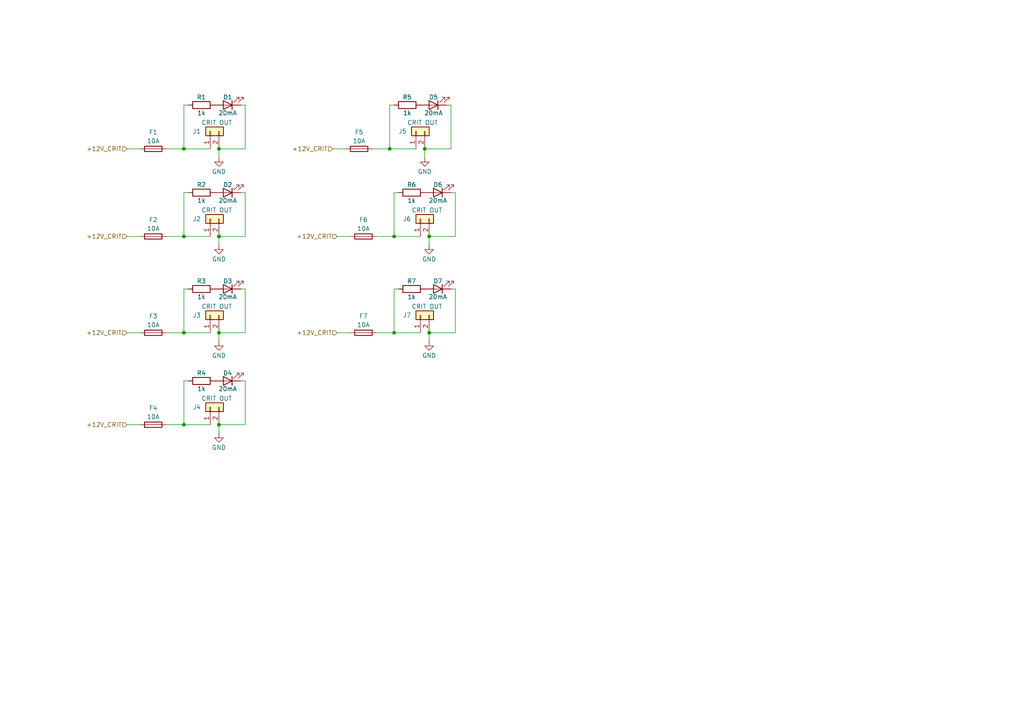
<source format=kicad_sch>
(kicad_sch (version 20231120) (generator "eeschema") (generator_version "8.0")
  (paper "A4")
  (lib_symbols
    (symbol "Connector_Generic:Conn_01x02" (pin_names (offset 1.016) hide)
      (property "Reference" "J" (at 0 2.54 0))
      (property "Value" "Conn_01x02" (at 0 -5.08 0))
      (symbol "Conn_01x02_1_1"
        (rectangle (start -1.27 -2.413) (end 0 -2.667) (stroke (width 0.1524)))
        (rectangle (start -1.27 0.127) (end 0 -0.127) (stroke (width 0.1524)))
        (rectangle (start -1.27 1.27) (end 1.27 -3.81) (stroke (width 0.254)) (fill (type background)))
        (pin passive line (at -5.08 0 0) (length 3.81) (name "Pin_1") (number "1"))
        (pin passive line (at -5.08 -2.54 0) (length 3.81) (name "Pin_2") (number "2"))
      )
    )
    (symbol "Device:Fuse" (pin_numbers hide) (pin_names (offset 0))
      (property "Reference" "F" (at 2.032 0 90))
      (property "Value" "Fuse" (at -1.905 0 90))
      (symbol "Fuse_0_1"
        (rectangle (start -0.762 -2.54) (end 0.762 2.54) (stroke (width 0.254)))
        (polyline (pts (xy 0 2.54) (xy 0 -2.54)))
      )
      (symbol "Fuse_1_1"
        (pin passive line (at 0 3.81 270) (length 1.27) (name "~") (number "1"))
        (pin passive line (at 0 -3.81 90) (length 1.27) (name "~") (number "2"))
      )
    )
    (symbol "Device:LED" (pin_numbers hide) (pin_names (offset 1.016) hide)
      (property "Reference" "D" (at 0 2.54 0))
      (property "Value" "LED" (at 0 -2.54 0))
      (symbol "LED_0_1"
        (polyline (pts (xy -1.27 -1.27) (xy -1.27 1.27)) (stroke (width 0.254)))
        (polyline (pts (xy -1.27 0) (xy 1.27 0)))
        (polyline (pts (xy 1.27 -1.27) (xy 1.27 1.27) (xy -1.27 0) (xy 1.27 -1.27)) (stroke (width 0.254)))
        (polyline (pts (xy -3.048 -0.762) (xy -4.572 -2.286) (xy -3.81 -2.286) (xy -4.572 -2.286) (xy -4.572 -1.524)))
        (polyline (pts (xy -1.778 -0.762) (xy -3.302 -2.286) (xy -2.54 -2.286) (xy -3.302 -2.286) (xy -3.302 -1.524)))
      )
      (symbol "LED_1_1"
        (pin passive line (at -3.81 0 0) (length 2.54) (name "K") (number "1"))
        (pin passive line (at 3.81 0 180) (length 2.54) (name "A") (number "2"))
      )
    )
    (symbol "Device:R" (pin_numbers hide) (pin_names (offset 0))
      (property "Reference" "R" (at 2.032 0 90))
      (property "Value" "R" (at 0 0 90))
      (symbol "R_0_1"
        (rectangle (start -1.016 -2.54) (end 1.016 2.54) (stroke (width 0.254)))
      )
      (symbol "R_1_1"
        (pin passive line (at 0 3.81 270) (length 1.27) (name "~") (number "1"))
        (pin passive line (at 0 -3.81 90) (length 1.27) (name "~") (number "2"))
      )
    )
    (symbol "power:GND1" (power) (pin_numbers hide) (pin_names (offset 0) hide)
      (property "Value" "GND1" (at 0 -3.81 0))
      (symbol "GND1_0_1"
        (polyline (pts (xy 0 0) (xy 0 -1.27) (xy 1.27 -1.27) (xy 0 -2.54) (xy -1.27 -1.27) (xy 0 -1.27)))
      )
      (symbol "GND1_1_1"
        (pin power_in line (at 0 0 270) (length 0) (name "~") (number "1"))
      )
    )
  )
  (junction (at 114.3 68.58))
  (junction (at 123.19 43.18))
  (junction (at 63.5 43.18))
  (junction (at 63.5 68.58))
  (junction (at 53.34 68.58))
  (junction (at 53.34 43.18))
  (junction (at 63.5 96.52))
  (junction (at 124.46 68.58))
  (junction (at 124.46 96.52))
  (junction (at 53.34 123.19))
  (junction (at 63.5 123.19))
  (junction (at 114.3 96.52))
  (junction (at 53.34 96.52))
  (junction (at 113.03 43.18))
  (wire (pts (xy 71.12 83.82) (xy 69.85 83.82)))
  (wire (pts (xy 53.34 83.82) (xy 54.61 83.82)))
  (wire (pts (xy 48.26 123.19) (xy 53.34 123.19)))
  (wire (pts (xy 114.3 55.88) (xy 115.57 55.88)))
  (wire (pts (xy 124.46 96.52) (xy 124.46 99.06)))
  (wire (pts (xy 71.12 123.19) (xy 63.5 123.19)))
  (wire (pts (xy 63.5 96.52) (xy 63.5 99.06)))
  (wire (pts (xy 114.3 83.82) (xy 114.3 96.52)))
  (wire (pts (xy 132.08 55.88) (xy 130.81 55.88)))
  (wire (pts (xy 113.03 30.48) (xy 113.03 43.18)))
  (wire (pts (xy 132.08 68.58) (xy 124.46 68.58)))
  (wire (pts (xy 53.34 83.82) (xy 53.34 96.52)))
  (wire (pts (xy 53.34 110.49) (xy 53.34 123.19)))
  (wire (pts (xy 71.12 110.49) (xy 71.12 123.19)))
  (wire (pts (xy 113.03 43.18) (xy 120.65 43.18)))
  (wire (pts (xy 53.34 110.49) (xy 54.61 110.49)))
  (wire (pts (xy 53.34 55.88) (xy 53.34 68.58)))
  (wire (pts (xy 53.34 30.48) (xy 53.34 43.18)))
  (wire (pts (xy 48.26 68.58) (xy 53.34 68.58)))
  (wire (pts (xy 53.34 55.88) (xy 54.61 55.88)))
  (wire (pts (xy 96.52 43.18) (xy 100.33 43.18)))
  (wire (pts (xy 71.12 55.88) (xy 71.12 68.58)))
  (wire (pts (xy 107.95 43.18) (xy 113.03 43.18)))
  (wire (pts (xy 71.12 110.49) (xy 69.85 110.49)))
  (wire (pts (xy 36.83 123.19) (xy 40.64 123.19)))
  (wire (pts (xy 71.12 30.48) (xy 71.12 43.18)))
  (wire (pts (xy 97.79 68.58) (xy 101.6 68.58)))
  (wire (pts (xy 36.83 96.52) (xy 40.64 96.52)))
  (wire (pts (xy 97.79 96.52) (xy 101.6 96.52)))
  (wire (pts (xy 36.83 43.18) (xy 40.64 43.18)))
  (wire (pts (xy 124.46 68.58) (xy 124.46 71.12)))
  (wire (pts (xy 71.12 55.88) (xy 69.85 55.88)))
  (wire (pts (xy 48.26 96.52) (xy 53.34 96.52)))
  (wire (pts (xy 132.08 83.82) (xy 130.81 83.82)))
  (wire (pts (xy 71.12 96.52) (xy 63.5 96.52)))
  (wire (pts (xy 114.3 68.58) (xy 121.92 68.58)))
  (wire (pts (xy 53.34 68.58) (xy 60.96 68.58)))
  (wire (pts (xy 53.34 43.18) (xy 60.96 43.18)))
  (wire (pts (xy 53.34 123.19) (xy 60.96 123.19)))
  (wire (pts (xy 113.03 30.48) (xy 114.3 30.48)))
  (wire (pts (xy 53.34 30.48) (xy 54.61 30.48)))
  (wire (pts (xy 63.5 68.58) (xy 63.5 71.12)))
  (wire (pts (xy 36.83 68.58) (xy 40.64 68.58)))
  (wire (pts (xy 114.3 55.88) (xy 114.3 68.58)))
  (wire (pts (xy 132.08 96.52) (xy 124.46 96.52)))
  (wire (pts (xy 109.22 68.58) (xy 114.3 68.58)))
  (wire (pts (xy 130.81 43.18) (xy 123.19 43.18)))
  (wire (pts (xy 63.5 123.19) (xy 63.5 125.73)))
  (wire (pts (xy 123.19 43.18) (xy 123.19 45.72)))
  (wire (pts (xy 132.08 83.82) (xy 132.08 96.52)))
  (wire (pts (xy 130.81 30.48) (xy 130.81 43.18)))
  (wire (pts (xy 53.34 96.52) (xy 60.96 96.52)))
  (wire (pts (xy 48.26 43.18) (xy 53.34 43.18)))
  (wire (pts (xy 114.3 96.52) (xy 121.92 96.52)))
  (wire (pts (xy 71.12 83.82) (xy 71.12 96.52)))
  (wire (pts (xy 71.12 30.48) (xy 69.85 30.48)))
  (wire (pts (xy 109.22 96.52) (xy 114.3 96.52)))
  (wire (pts (xy 114.3 83.82) (xy 115.57 83.82)))
  (wire (pts (xy 132.08 55.88) (xy 132.08 68.58)))
  (wire (pts (xy 71.12 68.58) (xy 63.5 68.58)))
  (wire (pts (xy 71.12 43.18) (xy 63.5 43.18)))
  (wire (pts (xy 63.5 43.18) (xy 63.5 45.72)))
  (wire (pts (xy 130.81 30.48) (xy 129.54 30.48)))
  (hierarchical_label "+12V_CRIT" (shape input) (at 36.83 123.19 180))
  (hierarchical_label "+12V_CRIT" (shape input) (at 36.83 68.58 180))
  (hierarchical_label "+12V_CRIT" (shape input) (at 97.79 68.58 180))
  (hierarchical_label "+12V_CRIT" (shape input) (at 96.52 43.18 180))
  (hierarchical_label "+12V_CRIT" (shape input) (at 97.79 96.52 180))
  (hierarchical_label "+12V_CRIT" (shape input) (at 36.83 43.18 180))
  (hierarchical_label "+12V_CRIT" (shape input) (at 36.83 96.52 180))
  (symbol (lib_id "Device:Fuse") (at 104.14 43.18 90) (unit 1)
    (property "Reference" "F5" (at 104.14 38.354 90))
    (property "Value" "10A" (at 104.14 40.894 90))
    (property "Footprint" "footprints:3588" (effects (hide yes)))
    (property "Description" "Fuse" (effects (hide yes)))
  )
  (symbol (lib_id "power:GND1") (at 63.5 45.72 0) (unit 1)
    (property "Reference" "#PWR028" (effects (hide yes)))
    (property "Value" "GND" (at 63.5 49.784 0))
    (property "Description" "Power symbol creates a global label with name \"GND1\" , ground" (effects (hide yes)))
  )
  (symbol (lib_id "Device:Fuse") (at 105.41 96.52 90) (unit 1)
    (property "Reference" "F7" (at 105.41 91.694 90))
    (property "Value" "10A" (at 105.41 94.234 90))
    (property "Footprint" "footprints:3588" (effects (hide yes)))
    (property "Description" "Fuse" (effects (hide yes)))
  )
  (symbol (lib_id "Connector_Generic:Conn_01x02") (at 121.92 91.44 90) (unit 1)
    (property "Reference" "J7" (at 116.84 91.44 90) (effects (justify right)))
    (property "Value" "CRIT OUT" (at 119.38 88.9 90) (effects (justify right)))
    (property "Footprint" "footprints:Molex_Micro-Fit_3.0_43650-0215_1x02_P3.00mm_Vertical" (effects (hide yes)))
    (property "Description" "Generic connector, single row, 01x02, script generated (kicad-library-utils/schlib/autogen/connector/)" (effects (hide yes)))
  )
  (symbol (lib_id "Connector_Generic:Conn_01x02") (at 121.92 63.5 90) (unit 1)
    (property "Reference" "J6" (at 116.84 63.5 90) (effects (justify right)))
    (property "Value" "CRIT OUT" (at 119.38 60.96 90) (effects (justify right)))
    (property "Footprint" "footprints:Molex_Micro-Fit_3.0_43650-0215_1x02_P3.00mm_Vertical" (effects (hide yes)))
    (property "Description" "Generic connector, single row, 01x02, script generated (kicad-library-utils/schlib/autogen/connector/)" (effects (hide yes)))
  )
  (symbol (lib_id "Device:LED") (at 66.04 55.88 180) (unit 1)
    (property "Reference" "D2" (at 66.04 53.594 0))
    (property "Value" "20mA" (at 66.04 58.166 0))
    (property "Footprint" "LED_SMD:LED_0805_2012Metric" (effects (hide yes)))
    (property "Description" "Light emitting diode" (effects (hide yes)))
  )
  (symbol (lib_id "power:GND1") (at 124.46 71.12 0) (unit 1)
    (property "Reference" "#PWR06" (effects (hide yes)))
    (property "Value" "GND" (at 124.46 75.184 0))
    (property "Description" "Power symbol creates a global label with name \"GND1\" , ground" (effects (hide yes)))
  )
  (symbol (lib_id "Device:R") (at 58.42 30.48 90) (unit 1)
    (property "Reference" "R1" (at 58.42 28.194 90))
    (property "Value" "1k" (at 58.42 32.766 90))
    (property "Footprint" "Resistor_SMD:R_0805_2012Metric" (effects (hide yes)))
    (property "Description" "Resistor" (effects (hide yes)))
  )
  (symbol (lib_id "Device:LED") (at 127 83.82 180) (unit 1)
    (property "Reference" "D7" (at 127 81.534 0))
    (property "Value" "20mA" (at 127 86.106 0))
    (property "Footprint" "LED_SMD:LED_0805_2012Metric" (effects (hide yes)))
    (property "Description" "Light emitting diode" (effects (hide yes)))
  )
  (symbol (lib_id "Device:R") (at 58.42 55.88 90) (unit 1)
    (property "Reference" "R2" (at 58.42 53.594 90))
    (property "Value" "1k" (at 58.42 58.166 90))
    (property "Footprint" "Resistor_SMD:R_0805_2012Metric" (effects (hide yes)))
    (property "Description" "Resistor" (effects (hide yes)))
  )
  (symbol (lib_id "power:GND1") (at 63.5 125.73 0) (unit 1)
    (property "Reference" "#PWR012" (effects (hide yes)))
    (property "Value" "GND" (at 63.5 129.794 0))
    (property "Description" "Power symbol creates a global label with name \"GND1\" , ground" (effects (hide yes)))
  )
  (symbol (lib_id "Connector_Generic:Conn_01x02") (at 120.65 38.1 90) (unit 1)
    (property "Reference" "J5" (at 115.57 38.1 90) (effects (justify right)))
    (property "Value" "CRIT OUT" (at 118.11 35.56 90) (effects (justify right)))
    (property "Footprint" "footprints:Molex_Micro-Fit_3.0_43650-0215_1x02_P3.00mm_Vertical" (effects (hide yes)))
    (property "Description" "Generic connector, single row, 01x02, script generated (kicad-library-utils/schlib/autogen/connector/)" (effects (hide yes)))
  )
  (symbol (lib_id "Device:Fuse") (at 105.41 68.58 90) (unit 1)
    (property "Reference" "F6" (at 105.41 63.754 90))
    (property "Value" "10A" (at 105.41 66.294 90))
    (property "Footprint" "footprints:3588" (effects (hide yes)))
    (property "Description" "Fuse" (effects (hide yes)))
  )
  (symbol (lib_id "Device:R") (at 119.38 55.88 90) (unit 1)
    (property "Reference" "R6" (at 119.38 53.594 90))
    (property "Value" "1k" (at 119.38 58.166 90))
    (property "Footprint" "Resistor_SMD:R_0805_2012Metric" (effects (hide yes)))
    (property "Description" "Resistor" (effects (hide yes)))
  )
  (symbol (lib_id "Device:Fuse") (at 44.45 68.58 90) (unit 1)
    (property "Reference" "F2" (at 44.45 63.754 90))
    (property "Value" "10A" (at 44.45 66.294 90))
    (property "Footprint" "footprints:3588" (effects (hide yes)))
    (property "Description" "Fuse" (effects (hide yes)))
  )
  (symbol (lib_id "power:GND1") (at 123.19 45.72 0) (unit 1)
    (property "Reference" "#PWR011" (effects (hide yes)))
    (property "Value" "GND" (at 123.19 49.784 0))
    (property "Description" "Power symbol creates a global label with name \"GND1\" , ground" (effects (hide yes)))
  )
  (symbol (lib_id "Connector_Generic:Conn_01x02") (at 60.96 38.1 90) (unit 1)
    (property "Reference" "J1" (at 55.88 38.1 90) (effects (justify right)))
    (property "Value" "CRIT OUT" (at 58.42 35.56 90) (effects (justify right)))
    (property "Footprint" "footprints:Molex_Micro-Fit_3.0_43650-0215_1x02_P3.00mm_Vertical" (effects (hide yes)))
    (property "Description" "Generic connector, single row, 01x02, script generated (kicad-library-utils/schlib/autogen/connector/)" (effects (hide yes)))
  )
  (symbol (lib_id "Device:LED") (at 66.04 110.49 180) (unit 1)
    (property "Reference" "D4" (at 66.04 108.204 0))
    (property "Value" "20mA" (at 66.04 112.776 0))
    (property "Footprint" "LED_SMD:LED_0805_2012Metric" (effects (hide yes)))
    (property "Description" "Light emitting diode" (effects (hide yes)))
  )
  (symbol (lib_id "Device:R") (at 58.42 110.49 90) (unit 1)
    (property "Reference" "R4" (at 58.42 108.204 90))
    (property "Value" "1k" (at 58.42 112.776 90))
    (property "Footprint" "Resistor_SMD:R_0805_2012Metric" (effects (hide yes)))
    (property "Description" "Resistor" (effects (hide yes)))
  )
  (symbol (lib_id "Device:R") (at 119.38 83.82 90) (unit 1)
    (property "Reference" "R7" (at 119.38 81.534 90))
    (property "Value" "1k" (at 119.38 86.106 90))
    (property "Footprint" "Resistor_SMD:R_0805_2012Metric" (effects (hide yes)))
    (property "Description" "Resistor" (effects (hide yes)))
  )
  (symbol (lib_id "Device:Fuse") (at 44.45 43.18 90) (unit 1)
    (property "Reference" "F1" (at 44.45 38.354 90))
    (property "Value" "10A" (at 44.45 40.894 90))
    (property "Footprint" "footprints:3588" (effects (hide yes)))
    (property "Description" "Fuse" (effects (hide yes)))
  )
  (symbol (lib_id "Connector_Generic:Conn_01x02") (at 60.96 118.11 90) (unit 1)
    (property "Reference" "J4" (at 55.88 118.11 90) (effects (justify right)))
    (property "Value" "CRIT OUT" (at 58.42 115.57 90) (effects (justify right)))
    (property "Footprint" "footprints:Molex_Micro-Fit_3.0_43650-0215_1x02_P3.00mm_Vertical" (effects (hide yes)))
    (property "Description" "Generic connector, single row, 01x02, script generated (kicad-library-utils/schlib/autogen/connector/)" (effects (hide yes)))
  )
  (symbol (lib_id "Device:R") (at 58.42 83.82 90) (unit 1)
    (property "Reference" "R3" (at 58.42 81.534 90))
    (property "Value" "1k" (at 58.42 86.106 90))
    (property "Footprint" "Resistor_SMD:R_0805_2012Metric" (effects (hide yes)))
    (property "Description" "Resistor" (effects (hide yes)))
  )
  (symbol (lib_id "Device:LED") (at 125.73 30.48 180) (unit 1)
    (property "Reference" "D5" (at 125.73 28.194 0))
    (property "Value" "20mA" (at 125.73 32.766 0))
    (property "Footprint" "LED_SMD:LED_0805_2012Metric" (effects (hide yes)))
    (property "Description" "Light emitting diode" (effects (hide yes)))
  )
  (symbol (lib_id "power:GND1") (at 63.5 71.12 0) (unit 1)
    (property "Reference" "#PWR014" (effects (hide yes)))
    (property "Value" "GND" (at 63.5 75.184 0))
    (property "Description" "Power symbol creates a global label with name \"GND1\" , ground" (effects (hide yes)))
  )
  (symbol (lib_id "Connector_Generic:Conn_01x02") (at 60.96 63.5 90) (unit 1)
    (property "Reference" "J2" (at 55.88 63.5 90) (effects (justify right)))
    (property "Value" "CRIT OUT" (at 58.42 60.96 90) (effects (justify right)))
    (property "Footprint" "footprints:Molex_Micro-Fit_3.0_43650-0215_1x02_P3.00mm_Vertical" (effects (hide yes)))
    (property "Description" "Generic connector, single row, 01x02, script generated (kicad-library-utils/schlib/autogen/connector/)" (effects (hide yes)))
  )
  (symbol (lib_id "Device:LED") (at 66.04 83.82 180) (unit 1)
    (property "Reference" "D3" (at 66.04 81.534 0))
    (property "Value" "20mA" (at 66.04 86.106 0))
    (property "Footprint" "LED_SMD:LED_0805_2012Metric" (effects (hide yes)))
    (property "Description" "Light emitting diode" (effects (hide yes)))
  )
  (symbol (lib_id "Device:LED") (at 127 55.88 180) (unit 1)
    (property "Reference" "D6" (at 127 53.594 0))
    (property "Value" "20mA" (at 127 58.166 0))
    (property "Footprint" "LED_SMD:LED_0805_2012Metric" (effects (hide yes)))
    (property "Description" "Light emitting diode" (effects (hide yes)))
  )
  (symbol (lib_id "Device:R") (at 118.11 30.48 90) (unit 1)
    (property "Reference" "R5" (at 118.11 28.194 90))
    (property "Value" "1k" (at 118.11 32.766 90))
    (property "Footprint" "Resistor_SMD:R_0805_2012Metric" (effects (hide yes)))
    (property "Description" "Resistor" (effects (hide yes)))
  )
  (symbol (lib_id "Device:Fuse") (at 44.45 96.52 90) (unit 1)
    (property "Reference" "F3" (at 44.45 91.694 90))
    (property "Value" "10A" (at 44.45 94.234 90))
    (property "Footprint" "footprints:3588" (effects (hide yes)))
    (property "Description" "Fuse" (effects (hide yes)))
  )
  (symbol (lib_id "Device:LED") (at 66.04 30.48 180) (unit 1)
    (property "Reference" "D1" (at 66.04 28.194 0))
    (property "Value" "20mA" (at 66.04 32.766 0))
    (property "Footprint" "LED_SMD:LED_0805_2012Metric" (effects (hide yes)))
    (property "Description" "Light emitting diode" (effects (hide yes)))
  )
  (symbol (lib_id "Connector_Generic:Conn_01x02") (at 60.96 91.44 90) (unit 1)
    (property "Reference" "J3" (at 55.88 91.44 90) (effects (justify right)))
    (property "Value" "CRIT OUT" (at 58.42 88.9 90) (effects (justify right)))
    (property "Footprint" "footprints:Molex_Micro-Fit_3.0_43650-0215_1x02_P3.00mm_Vertical" (effects (hide yes)))
    (property "Description" "Generic connector, single row, 01x02, script generated (kicad-library-utils/schlib/autogen/connector/)" (effects (hide yes)))
  )
  (symbol (lib_id "Device:Fuse") (at 44.45 123.19 90) (unit 1)
    (property "Reference" "F4" (at 44.45 118.364 90))
    (property "Value" "10A" (at 44.45 120.904 90))
    (property "Footprint" "footprints:3588" (effects (hide yes)))
    (property "Description" "Fuse" (effects (hide yes)))
  )
  (symbol (lib_id "power:GND1") (at 124.46 99.06 0) (unit 1)
    (property "Reference" "#PWR05" (effects (hide yes)))
    (property "Value" "GND" (at 124.46 103.124 0))
    (property "Description" "Power symbol creates a global label with name \"GND1\" , ground" (effects (hide yes)))
  )
  (symbol (lib_id "power:GND1") (at 63.5 99.06 0) (unit 1)
    (property "Reference" "#PWR013" (effects (hide yes)))
    (property "Value" "GND" (at 63.5 103.124 0))
    (property "Description" "Power symbol creates a global label with name \"GND1\" , ground" (effects (hide yes)))
  )
)
</source>
